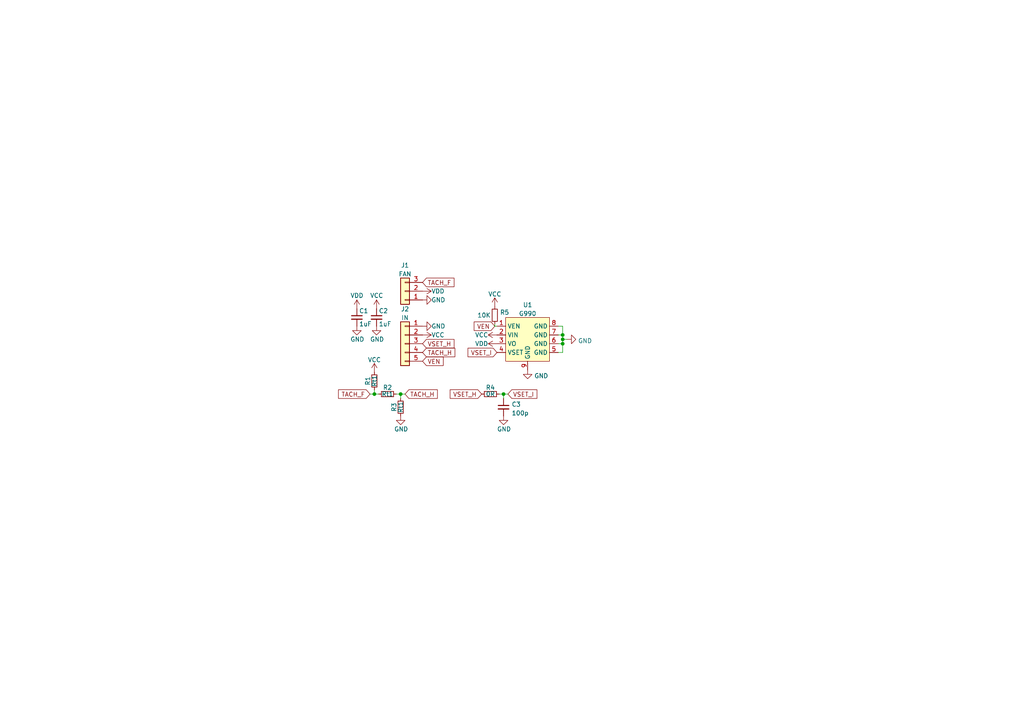
<source format=kicad_sch>
(kicad_sch (version 20211123) (generator eeschema)
  (paper "A4")
  (lib_symbols
    (symbol "Connector_Generic:Conn_01x03" (pin_names (offset 1.016) hide)
      (property "Reference" "J" (at 0 5.08 0))
      (property "Value" "Conn_01x03" (at 0 -5.08 0))
      (symbol "Conn_01x03_1_1"
        (rectangle (start -1.27 -2.413) (end 0 -2.667) (stroke (width 0.1524)))
        (rectangle (start -1.27 0.127) (end 0 -0.127) (stroke (width 0.1524)))
        (rectangle (start -1.27 2.667) (end 0 2.413) (stroke (width 0.1524)))
        (rectangle (start -1.27 3.81) (end 1.27 -3.81) (stroke (width 0.254)) (fill (type background)))
        (pin passive line (at -5.08 2.54 0) (length 3.81) (name "Pin_1") (number "1"))
        (pin passive line (at -5.08 0 0) (length 3.81) (name "Pin_2") (number "2"))
        (pin passive line (at -5.08 -2.54 0) (length 3.81) (name "Pin_3") (number "3"))
      )
    )
    (symbol "Connector_Generic:Conn_01x05" (pin_names (offset 1.016) hide)
      (property "Reference" "J" (at 0 7.62 0))
      (property "Value" "Conn_01x05" (at 0 -7.62 0))
      (symbol "Conn_01x05_1_1"
        (rectangle (start -1.27 -4.953) (end 0 -5.207) (stroke (width 0.1524)))
        (rectangle (start -1.27 -2.413) (end 0 -2.667) (stroke (width 0.1524)))
        (rectangle (start -1.27 0.127) (end 0 -0.127) (stroke (width 0.1524)))
        (rectangle (start -1.27 2.667) (end 0 2.413) (stroke (width 0.1524)))
        (rectangle (start -1.27 5.207) (end 0 4.953) (stroke (width 0.1524)))
        (rectangle (start -1.27 6.35) (end 1.27 -6.35) (stroke (width 0.254)) (fill (type background)))
        (pin passive line (at -5.08 5.08 0) (length 3.81) (name "Pin_1") (number "1"))
        (pin passive line (at -5.08 2.54 0) (length 3.81) (name "Pin_2") (number "2"))
        (pin passive line (at -5.08 0 0) (length 3.81) (name "Pin_3") (number "3"))
        (pin passive line (at -5.08 -2.54 0) (length 3.81) (name "Pin_4") (number "4"))
        (pin passive line (at -5.08 -5.08 0) (length 3.81) (name "Pin_5") (number "5"))
      )
    )
    (symbol "Device:C_Small" (pin_numbers hide) (pin_names (offset 0.254) hide)
      (property "Reference" "C" (at 0.254 1.778 0))
      (property "Value" "C_Small" (at 0.254 -2.032 0))
      (symbol "C_Small_0_1"
        (polyline (pts (xy -1.524 -0.508) (xy 1.524 -0.508)) (stroke (width 0.3302)))
        (polyline (pts (xy -1.524 0.508) (xy 1.524 0.508)) (stroke (width 0.3048)))
      )
      (symbol "C_Small_1_1"
        (pin passive line (at 0 2.54 270) (length 2.032) (name "~") (number "1"))
        (pin passive line (at 0 -2.54 90) (length 2.032) (name "~") (number "2"))
      )
    )
    (symbol "Device:R_Small" (pin_numbers hide) (pin_names (offset 0.254) hide)
      (property "Reference" "R" (at 0.762 0.508 0))
      (property "Value" "R_Small" (at 0.762 -1.016 0))
      (symbol "R_Small_0_1"
        (rectangle (start -0.762 1.778) (end 0.762 -1.778) (stroke (width 0.2032)))
      )
      (symbol "R_Small_1_1"
        (pin passive line (at 0 2.54 270) (length 0.762) (name "~") (number "1"))
        (pin passive line (at 0 -2.54 90) (length 0.762) (name "~") (number "2"))
      )
    )
    (symbol "g990:G990"
      (property "Reference" "U" (at 3.81 -7.62 0))
      (property "Value" "G990" (at 2.54 7.62 0))
      (symbol "G990_0_1"
        (rectangle (start -6.35 6.35) (end 6.35 -6.35) (stroke (width 0.1524)) (fill (type background)))
      )
      (symbol "G990_1_1"
        (pin input line (at -8.89 3.81 0) (length 2.54) (name "VEN") (number "1"))
        (pin input line (at -8.89 1.27 0) (length 2.54) (name "VIN") (number "2"))
        (pin input line (at -8.89 -1.27 0) (length 2.54) (name "VO") (number "3"))
        (pin input line (at -8.89 -3.81 0) (length 2.54) (name "VSET") (number "4"))
        (pin input line (at 8.89 -3.81 180) (length 2.54) (name "GND") (number "5"))
        (pin input line (at 8.89 -1.27 180) (length 2.54) (name "GND") (number "6"))
        (pin input line (at 8.89 1.27 180) (length 2.54) (name "GND") (number "7"))
        (pin input line (at 8.89 3.81 180) (length 2.54) (name "GND") (number "8"))
        (pin input line (at 0 -8.89 90) (length 2.54) (name "GND") (number "9"))
      )
    )
    (symbol "power:GND" (power) (pin_names (offset 0))
      (property "Value" "GND" (at 0 -3.81 0))
      (symbol "GND_0_1"
        (polyline (pts (xy 0 0) (xy 0 -1.27) (xy 1.27 -1.27) (xy 0 -2.54) (xy -1.27 -1.27) (xy 0 -1.27)))
      )
      (symbol "GND_1_1"
        (pin power_in line (at 0 0 270) (length 0) hide (name "GND") (number "1"))
      )
    )
    (symbol "power:VCC" (power) (pin_names (offset 0))
      (property "Value" "VCC" (at 0 3.81 0))
      (symbol "VCC_0_1"
        (polyline (pts (xy -0.762 1.27) (xy 0 2.54)))
        (polyline (pts (xy 0 0) (xy 0 2.54)))
        (polyline (pts (xy 0 2.54) (xy 0.762 1.27)))
      )
      (symbol "VCC_1_1"
        (pin power_in line (at 0 0 90) (length 0) hide (name "VCC") (number "1"))
      )
    )
    (symbol "power:VDD" (power) (pin_names (offset 0))
      (property "Value" "VDD" (at 0 3.81 0))
      (symbol "VDD_0_1"
        (polyline (pts (xy -0.762 1.27) (xy 0 2.54)))
        (polyline (pts (xy 0 0) (xy 0 2.54)))
        (polyline (pts (xy 0 2.54) (xy 0.762 1.27)))
      )
      (symbol "VDD_1_1"
        (pin power_in line (at 0 0 90) (length 0) hide (name "VDD") (number "1"))
      )
    )
  )
  (junction (at 146.05 114.3))
  (junction (at 116.205 114.3))
  (junction (at 108.585 114.3))
  (junction (at 163.195 97.155))
  (junction (at 163.195 99.695))
  (junction (at 163.195 98.425))
  (wire (pts (xy 163.195 102.235) (xy 161.925 102.235)))
  (wire (pts (xy 163.195 98.425) (xy 163.195 99.695)))
  (wire (pts (xy 163.195 97.155) (xy 163.195 98.425)))
  (wire (pts (xy 163.195 99.695) (xy 163.195 102.235)))
  (wire (pts (xy 161.925 99.695) (xy 163.195 99.695)))
  (wire (pts (xy 116.205 114.3) (xy 116.205 115.57)))
  (wire (pts (xy 146.05 114.3) (xy 146.05 115.57)))
  (wire (pts (xy 108.585 113.03) (xy 108.585 114.3)))
  (wire (pts (xy 146.05 114.3) (xy 147.32 114.3)))
  (wire (pts (xy 163.195 98.425) (xy 164.465 98.425)))
  (wire (pts (xy 144.145 94.615) (xy 143.51 94.615)))
  (wire (pts (xy 107.315 114.3) (xy 108.585 114.3)))
  (wire (pts (xy 108.585 114.3) (xy 109.855 114.3)))
  (wire (pts (xy 161.925 97.155) (xy 163.195 97.155)))
  (wire (pts (xy 161.925 94.615) (xy 163.195 94.615)))
  (wire (pts (xy 163.195 94.615) (xy 163.195 97.155)))
  (wire (pts (xy 144.78 114.3) (xy 146.05 114.3)))
  (wire (pts (xy 114.935 114.3) (xy 116.205 114.3)))
  (wire (pts (xy 143.51 94.615) (xy 143.51 93.98)))
  (wire (pts (xy 116.205 114.3) (xy 117.475 114.3)))
  (global_label "TACH_F" (shape input) (at 122.555 81.915 0) (property "Intersheet References" "${INTERSHEET_REFS}" (effects hide)))
  (global_label "TACH_F" (shape input) (at 107.315 114.3 180) (property "Intersheet References" "${INTERSHEET_REFS}" (effects hide)))
  (global_label "VSET_I" (shape input) (at 144.145 102.235 180) (property "Intersheet References" "${INTERSHEET_REFS}" (effects hide)))
  (global_label "VSET_H" (shape input) (at 122.555 99.695 0) (property "Intersheet References" "${INTERSHEET_REFS}" (effects hide)))
  (global_label "TACH_H" (shape input) (at 122.555 102.235 0) (property "Intersheet References" "${INTERSHEET_REFS}" (effects hide)))
  (global_label "VSET_H" (shape input) (at 139.7 114.3 180) (property "Intersheet References" "${INTERSHEET_REFS}" (effects hide)))
  (global_label "VEN" (shape input) (at 122.555 104.775 0) (property "Intersheet References" "${INTERSHEET_REFS}" (effects hide)))
  (global_label "VEN" (shape input) (at 143.51 94.615 180) (property "Intersheet References" "${INTERSHEET_REFS}" (effects hide)))
  (global_label "TACH_H" (shape input) (at 117.475 114.3 0) (property "Intersheet References" "${INTERSHEET_REFS}" (effects hide)))
  (global_label "VSET_I" (shape input) (at 147.32 114.3 0) (property "Intersheet References" "${INTERSHEET_REFS}" (effects hide)))
  (symbol (lib_id "power:VDD") (at 144.145 99.695 90) (unit 1)
    (property "Reference" "#PWR0104" (effects hide))
    (property "Value" "VDD" (at 141.605 99.695 90) (effects (justify left)))
  )
  (symbol (lib_id "power:GND") (at 153.035 107.315 0) (unit 1)
    (property "Reference" "#PWR0102" (effects hide))
    (property "Value" "GND" (at 154.94 109.0188 0) (effects (justify left)))
  )
  (symbol (lib_id "power:VCC") (at 144.145 97.155 90) (unit 1)
    (property "Reference" "#PWR0105" (effects hide))
    (property "Value" "VCC" (at 141.605 97.155 90) (effects (justify left)))
  )
  (symbol (lib_id "power:VCC") (at 108.585 107.95 0) (unit 1)
    (property "Reference" "#PWR0116" (effects hide))
    (property "Value" "VCC" (at 108.585 104.3742 0))
  )
  (symbol (lib_id "Device:C_Small") (at 103.505 92.075 0) (unit 1)
    (property "Reference" "C1" (at 104.14 90.17 0) (effects (justify left)))
    (property "Value" "1uF" (at 104.14 93.98 0) (effects (justify left)))
    (property "Footprint" "Capacitor_SMD:C_0603_1608Metric" (effects hide))
  )
  (symbol (lib_id "g990:G990") (at 153.035 98.425 0) (unit 1)
    (property "Reference" "U1" (at 153.035 88.426 0))
    (property "Value" "G990" (at 153.035 90.9629 0))
    (property "Footprint" "Package_SO:SOIC-8-1EP_3.9x4.9mm_P1.27mm_EP2.29x3mm" (effects hide))
  )
  (symbol (lib_id "power:VCC") (at 109.22 89.535 0) (unit 1)
    (property "Reference" "#PWR0112" (effects hide))
    (property "Value" "VCC" (at 107.315 85.725 0) (effects (justify left)))
  )
  (symbol (lib_id "Device:C_Small") (at 109.22 92.075 0) (unit 1)
    (property "Reference" "C2" (at 109.855 90.17 0) (effects (justify left)))
    (property "Value" "1uF" (at 109.855 93.98 0) (effects (justify left)))
    (property "Footprint" "Capacitor_SMD:C_0603_1608Metric" (effects hide))
  )
  (symbol (lib_id "Device:R_Small") (at 112.395 114.3 90) (unit 1)
    (property "Reference" "R2" (at 112.395 112.395 90))
    (property "Value" "Rt1" (at 112.395 114.3 90))
    (property "Footprint" "Resistor_SMD:R_0603_1608Metric" (effects hide))
  )
  (symbol (lib_id "Device:R_Small") (at 142.24 114.3 90) (unit 1)
    (property "Reference" "R4" (at 142.24 112.395 90))
    (property "Value" "0R" (at 142.24 114.3 90))
    (property "Footprint" "Resistor_SMD:R_0603_1608Metric" (effects hide))
  )
  (symbol (lib_id "power:VCC") (at 122.555 97.155 270) (unit 1)
    (property "Reference" "#PWR0106" (effects hide))
    (property "Value" "VCC" (at 125.095 97.155 90) (effects (justify left)))
  )
  (symbol (lib_id "power:VDD") (at 103.505 89.535 0) (unit 1)
    (property "Reference" "#PWR0113" (effects hide))
    (property "Value" "VDD" (at 101.6 85.725 0) (effects (justify left)))
  )
  (symbol (lib_id "Connector_Generic:Conn_01x05") (at 117.475 99.695 0) (mirror y) (unit 1)
    (property "Reference" "J2" (at 117.475 89.6452 0))
    (property "Value" "IN" (at 117.475 92.1821 0))
    (property "Footprint" "Connector_PinHeader_2.54mm:PinHeader_1x05_P2.54mm_Vertical" (effects hide))
  )
  (symbol (lib_id "Device:C_Small") (at 146.05 118.11 0) (unit 1)
    (property "Reference" "C3" (at 148.3741 117.2816 0) (effects (justify left)))
    (property "Value" "100p" (at 148.3741 119.8185 0) (effects (justify left)))
    (property "Footprint" "Capacitor_SMD:C_0603_1608Metric" (effects hide))
  )
  (symbol (lib_id "Device:R_Small") (at 143.51 91.44 180) (unit 1)
    (property "Reference" "R5" (at 145.0086 90.6053 0) (effects (justify right)))
    (property "Value" "10K" (at 138.43 91.44 0) (effects (justify right)))
    (property "Footprint" "Resistor_SMD:R_0603_1608Metric" (effects hide))
  )
  (symbol (lib_id "power:GND") (at 122.555 86.995 90) (unit 1)
    (property "Reference" "#PWR0109" (effects hide))
    (property "Value" "GND" (at 125.095 86.995 90) (effects (justify right)))
  )
  (symbol (lib_id "power:VDD") (at 122.555 84.455 270) (unit 1)
    (property "Reference" "#PWR0110" (effects hide))
    (property "Value" "VDD" (at 125.095 84.455 90) (effects (justify left)))
  )
  (symbol (lib_id "power:GND") (at 122.555 94.615 90) (unit 1)
    (property "Reference" "#PWR0107" (effects hide))
    (property "Value" "GND" (at 125.095 94.615 90) (effects (justify right)))
  )
  (symbol (lib_id "Connector_Generic:Conn_01x03") (at 117.475 84.455 180) (unit 1)
    (property "Reference" "J1" (at 117.475 76.9452 0))
    (property "Value" "FAN" (at 117.475 79.4821 0))
    (property "Footprint" "Connector_PinHeader_2.54mm:PinHeader_1x03_P2.54mm_Vertical" (effects hide))
  )
  (symbol (lib_id "power:GND") (at 164.465 98.425 90) (unit 1)
    (property "Reference" "#PWR0101" (effects hide))
    (property "Value" "GND" (at 167.64 98.8588 90) (effects (justify right)))
  )
  (symbol (lib_id "Device:R_Small") (at 108.585 110.49 180) (unit 1)
    (property "Reference" "R1" (at 106.68 110.49 90))
    (property "Value" "Rt1" (at 108.585 110.49 90))
    (property "Footprint" "Resistor_SMD:R_0603_1608Metric" (effects hide))
  )
  (symbol (lib_id "power:GND") (at 146.05 120.65 0) (unit 1)
    (property "Reference" "#PWR0103" (effects hide))
    (property "Value" "GND" (at 144.145 124.46 0) (effects (justify left)))
  )
  (symbol (lib_id "power:GND") (at 103.505 94.615 0) (unit 1)
    (property "Reference" "#PWR0115" (effects hide))
    (property "Value" "GND" (at 101.6 98.425 0) (effects (justify left)))
  )
  (symbol (lib_id "power:GND") (at 109.22 94.615 0) (unit 1)
    (property "Reference" "#PWR0114" (effects hide))
    (property "Value" "GND" (at 107.315 98.425 0) (effects (justify left)))
  )
  (symbol (lib_id "power:GND") (at 116.205 120.65 0) (unit 1)
    (property "Reference" "#PWR0111" (effects hide))
    (property "Value" "GND" (at 114.3 124.46 0) (effects (justify left)))
  )
  (symbol (lib_id "power:VCC") (at 143.51 88.9 0) (unit 1)
    (property "Reference" "#PWR0108" (effects hide))
    (property "Value" "VCC" (at 143.51 85.3242 0))
  )
  (symbol (lib_id "Device:R_Small") (at 116.205 118.11 180) (unit 1)
    (property "Reference" "R3" (at 114.3 118.11 90))
    (property "Value" "Rt1" (at 116.205 118.11 90))
    (property "Footprint" "Resistor_SMD:R_0603_1608Metric" (effects hide))
  )
)
</source>
